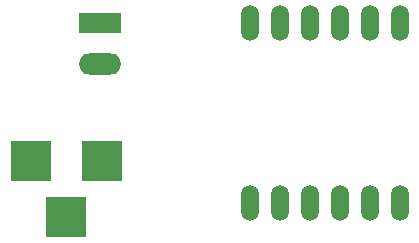
<source format=gbr>
G04 #@! TF.FileFunction,Soldermask,Bot*
%FSLAX46Y46*%
G04 Gerber Fmt 4.6, Leading zero omitted, Abs format (unit mm)*
G04 Created by KiCad (PCBNEW 4.0.4-stable) date 11/12/16 20:40:28*
%MOMM*%
%LPD*%
G01*
G04 APERTURE LIST*
%ADD10C,0.100000*%
%ADD11R,3.600000X1.800000*%
%ADD12O,3.600000X1.800000*%
%ADD13O,1.506220X3.014980*%
%ADD14R,3.500120X3.500120*%
G04 APERTURE END LIST*
D10*
D11*
X120904000Y-101092000D03*
D12*
X120904000Y-104592000D03*
D13*
X133604000Y-116332000D03*
X136144000Y-116332000D03*
X138684000Y-116332000D03*
X141224000Y-116332000D03*
X143764000Y-116332000D03*
X146304000Y-116332000D03*
X133604000Y-101092000D03*
X136144000Y-101092000D03*
X138684000Y-101092000D03*
X141224000Y-101092000D03*
X143764000Y-101092000D03*
X146304000Y-101092000D03*
D14*
X121008140Y-112776000D03*
X115008660Y-112776000D03*
X118008400Y-117475000D03*
M02*

</source>
